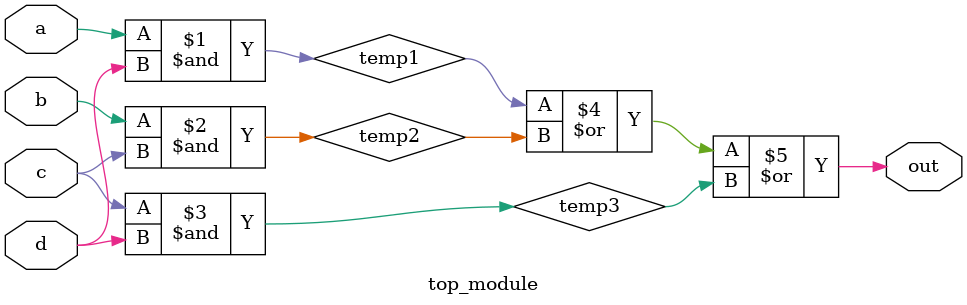
<source format=sv>
module top_module (
	input a, 
	input b,
	input c,
	input d,
	output out
);

wire temp1, temp2, temp3;

and gate1 (temp1, a, d);
and gate2 (temp2, b, c);
and gate3 (temp3, c, d);

or gate4 (out, temp1, temp2, temp3);

endmodule

</source>
